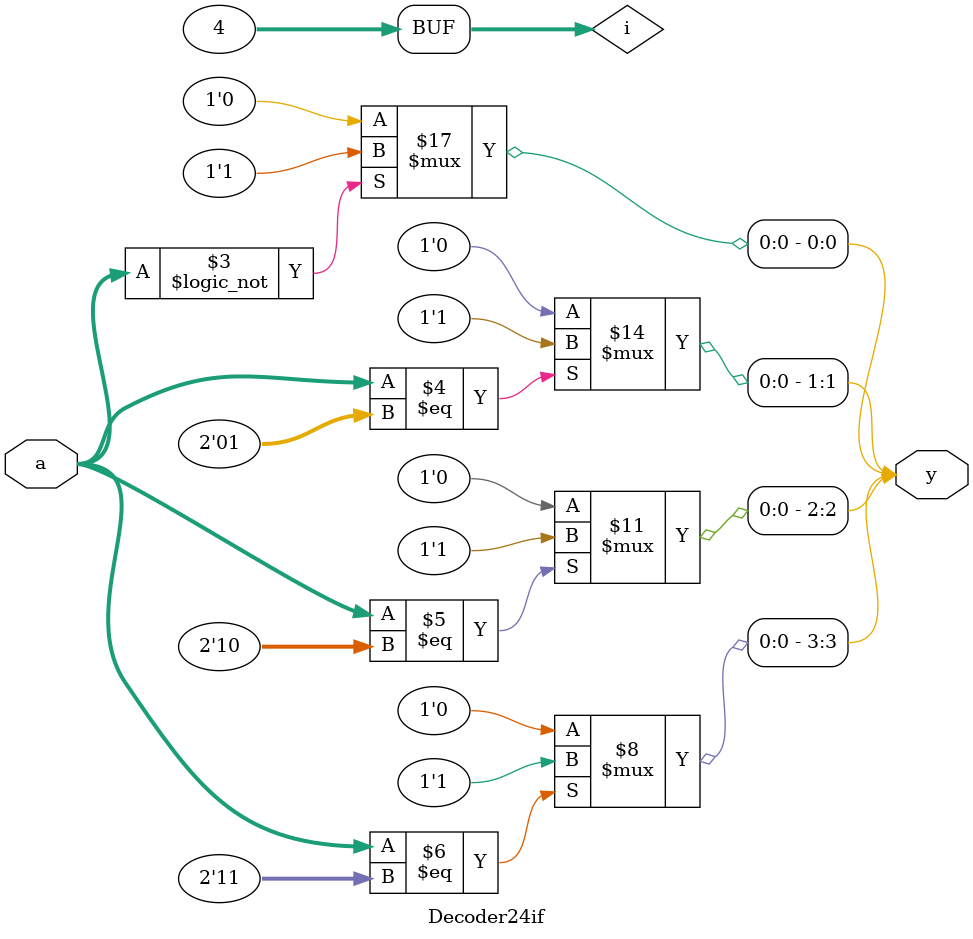
<source format=sv>
module Decoder24if(
    input  logic [1:0] a,
    output logic [3:0] y ); 

    integer i;
    
    always_comb  
        for(i=0; i<=3; i=i+1)
            if(a==i)
                y[i] = 1;
            else
                y[i] = 0;
endmodule
</source>
